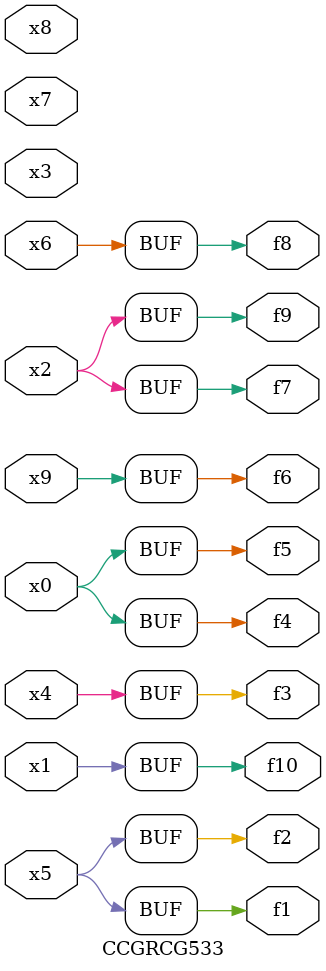
<source format=v>
module CCGRCG533(
	input x0, x1, x2, x3, x4, x5, x6, x7, x8, x9,
	output f1, f2, f3, f4, f5, f6, f7, f8, f9, f10
);
	assign f1 = x5;
	assign f2 = x5;
	assign f3 = x4;
	assign f4 = x0;
	assign f5 = x0;
	assign f6 = x9;
	assign f7 = x2;
	assign f8 = x6;
	assign f9 = x2;
	assign f10 = x1;
endmodule

</source>
